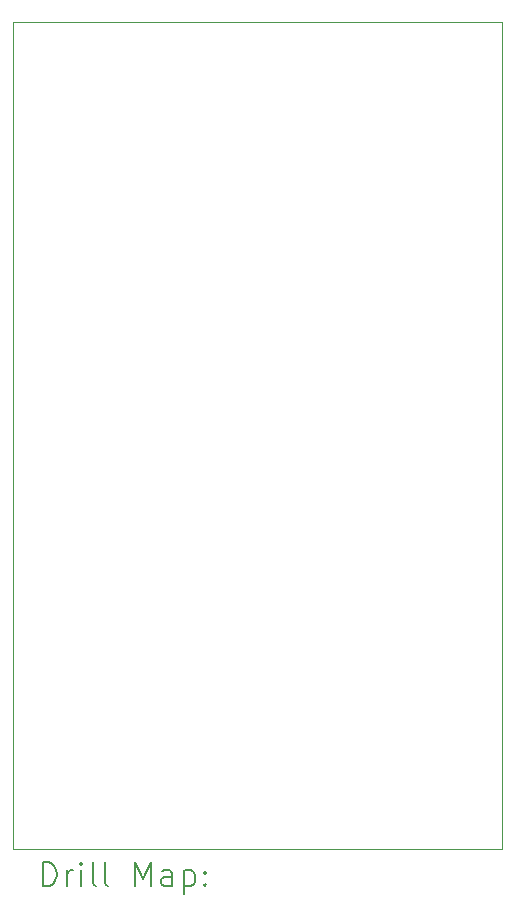
<source format=gbr>
%TF.GenerationSoftware,KiCad,Pcbnew,9.0.0*%
%TF.CreationDate,2025-07-09T15:49:07-04:00*%
%TF.ProjectId,SMACAR RECEIVER BOARD,534d4143-4152-4205-9245-434549564552,rev?*%
%TF.SameCoordinates,Original*%
%TF.FileFunction,Drillmap*%
%TF.FilePolarity,Positive*%
%FSLAX45Y45*%
G04 Gerber Fmt 4.5, Leading zero omitted, Abs format (unit mm)*
G04 Created by KiCad (PCBNEW 9.0.0) date 2025-07-09 15:49:07*
%MOMM*%
%LPD*%
G01*
G04 APERTURE LIST*
%ADD10C,0.050000*%
%ADD11C,0.200000*%
G04 APERTURE END LIST*
D10*
X12350000Y-4950000D02*
X16497500Y-4950000D01*
X16497500Y-11950000D01*
X12350000Y-11950000D01*
X12350000Y-4950000D01*
D11*
X12608277Y-12263984D02*
X12608277Y-12063984D01*
X12608277Y-12063984D02*
X12655896Y-12063984D01*
X12655896Y-12063984D02*
X12684467Y-12073508D01*
X12684467Y-12073508D02*
X12703515Y-12092555D01*
X12703515Y-12092555D02*
X12713039Y-12111603D01*
X12713039Y-12111603D02*
X12722562Y-12149698D01*
X12722562Y-12149698D02*
X12722562Y-12178269D01*
X12722562Y-12178269D02*
X12713039Y-12216365D01*
X12713039Y-12216365D02*
X12703515Y-12235412D01*
X12703515Y-12235412D02*
X12684467Y-12254460D01*
X12684467Y-12254460D02*
X12655896Y-12263984D01*
X12655896Y-12263984D02*
X12608277Y-12263984D01*
X12808277Y-12263984D02*
X12808277Y-12130650D01*
X12808277Y-12168746D02*
X12817801Y-12149698D01*
X12817801Y-12149698D02*
X12827324Y-12140174D01*
X12827324Y-12140174D02*
X12846372Y-12130650D01*
X12846372Y-12130650D02*
X12865420Y-12130650D01*
X12932086Y-12263984D02*
X12932086Y-12130650D01*
X12932086Y-12063984D02*
X12922562Y-12073508D01*
X12922562Y-12073508D02*
X12932086Y-12083031D01*
X12932086Y-12083031D02*
X12941610Y-12073508D01*
X12941610Y-12073508D02*
X12932086Y-12063984D01*
X12932086Y-12063984D02*
X12932086Y-12083031D01*
X13055896Y-12263984D02*
X13036848Y-12254460D01*
X13036848Y-12254460D02*
X13027324Y-12235412D01*
X13027324Y-12235412D02*
X13027324Y-12063984D01*
X13160658Y-12263984D02*
X13141610Y-12254460D01*
X13141610Y-12254460D02*
X13132086Y-12235412D01*
X13132086Y-12235412D02*
X13132086Y-12063984D01*
X13389229Y-12263984D02*
X13389229Y-12063984D01*
X13389229Y-12063984D02*
X13455896Y-12206841D01*
X13455896Y-12206841D02*
X13522562Y-12063984D01*
X13522562Y-12063984D02*
X13522562Y-12263984D01*
X13703515Y-12263984D02*
X13703515Y-12159222D01*
X13703515Y-12159222D02*
X13693991Y-12140174D01*
X13693991Y-12140174D02*
X13674943Y-12130650D01*
X13674943Y-12130650D02*
X13636848Y-12130650D01*
X13636848Y-12130650D02*
X13617801Y-12140174D01*
X13703515Y-12254460D02*
X13684467Y-12263984D01*
X13684467Y-12263984D02*
X13636848Y-12263984D01*
X13636848Y-12263984D02*
X13617801Y-12254460D01*
X13617801Y-12254460D02*
X13608277Y-12235412D01*
X13608277Y-12235412D02*
X13608277Y-12216365D01*
X13608277Y-12216365D02*
X13617801Y-12197317D01*
X13617801Y-12197317D02*
X13636848Y-12187793D01*
X13636848Y-12187793D02*
X13684467Y-12187793D01*
X13684467Y-12187793D02*
X13703515Y-12178269D01*
X13798753Y-12130650D02*
X13798753Y-12330650D01*
X13798753Y-12140174D02*
X13817801Y-12130650D01*
X13817801Y-12130650D02*
X13855896Y-12130650D01*
X13855896Y-12130650D02*
X13874943Y-12140174D01*
X13874943Y-12140174D02*
X13884467Y-12149698D01*
X13884467Y-12149698D02*
X13893991Y-12168746D01*
X13893991Y-12168746D02*
X13893991Y-12225888D01*
X13893991Y-12225888D02*
X13884467Y-12244936D01*
X13884467Y-12244936D02*
X13874943Y-12254460D01*
X13874943Y-12254460D02*
X13855896Y-12263984D01*
X13855896Y-12263984D02*
X13817801Y-12263984D01*
X13817801Y-12263984D02*
X13798753Y-12254460D01*
X13979705Y-12244936D02*
X13989229Y-12254460D01*
X13989229Y-12254460D02*
X13979705Y-12263984D01*
X13979705Y-12263984D02*
X13970182Y-12254460D01*
X13970182Y-12254460D02*
X13979705Y-12244936D01*
X13979705Y-12244936D02*
X13979705Y-12263984D01*
X13979705Y-12140174D02*
X13989229Y-12149698D01*
X13989229Y-12149698D02*
X13979705Y-12159222D01*
X13979705Y-12159222D02*
X13970182Y-12149698D01*
X13970182Y-12149698D02*
X13979705Y-12140174D01*
X13979705Y-12140174D02*
X13979705Y-12159222D01*
M02*

</source>
